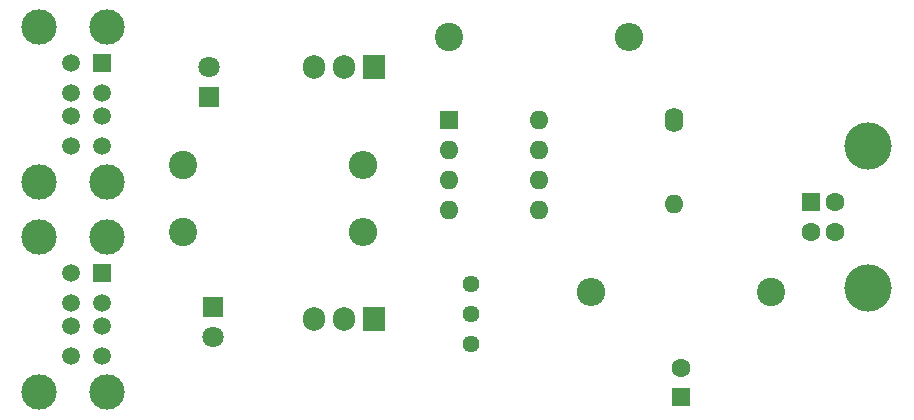
<source format=gbr>
%TF.GenerationSoftware,KiCad,Pcbnew,(6.0.9-0)*%
%TF.CreationDate,2023-03-11T20:55:46-05:00*%
%TF.ProjectId,usb darksensor,75736220-6461-4726-9b73-656e736f722e,rev?*%
%TF.SameCoordinates,Original*%
%TF.FileFunction,Soldermask,Bot*%
%TF.FilePolarity,Negative*%
%FSLAX46Y46*%
G04 Gerber Fmt 4.6, Leading zero omitted, Abs format (unit mm)*
G04 Created by KiCad (PCBNEW (6.0.9-0)) date 2023-03-11 20:55:46*
%MOMM*%
%LPD*%
G01*
G04 APERTURE LIST*
%ADD10C,2.400000*%
%ADD11O,2.400000X2.400000*%
%ADD12R,1.600000X1.600000*%
%ADD13O,1.600000X1.600000*%
%ADD14R,1.905000X2.000000*%
%ADD15O,1.905000X2.000000*%
%ADD16C,1.600000*%
%ADD17C,4.000000*%
%ADD18O,1.600000X2.100000*%
%ADD19R,1.800000X1.800000*%
%ADD20C,1.800000*%
%ADD21R,1.500000X1.500000*%
%ADD22C,1.500000*%
%ADD23C,3.000000*%
%ADD24C,1.440000*%
G04 APERTURE END LIST*
D10*
%TO.C,R5*%
X101290000Y-80645000D03*
D11*
X116530000Y-80645000D03*
%TD*%
D12*
%TO.C,U1*%
X123825000Y-76835000D03*
D13*
X123825000Y-79375000D03*
X123825000Y-81915000D03*
X123825000Y-84455000D03*
X131445000Y-84455000D03*
X131445000Y-81915000D03*
X131445000Y-79375000D03*
X131445000Y-76835000D03*
%TD*%
D14*
%TO.C,Q2*%
X117475000Y-72390000D03*
D15*
X114935000Y-72390000D03*
X112395000Y-72390000D03*
%TD*%
D12*
%TO.C,C1*%
X143510000Y-100330000D03*
D16*
X143510000Y-97830000D03*
%TD*%
D12*
%TO.C,J1*%
X154502500Y-83840000D03*
D16*
X154502500Y-86340000D03*
X156502500Y-86340000D03*
X156502500Y-83840000D03*
D17*
X159362500Y-79090000D03*
X159362500Y-91090000D03*
%TD*%
D18*
%TO.C,R2*%
X142875000Y-76835000D03*
D13*
X142875000Y-83935000D03*
%TD*%
D10*
%TO.C,R1*%
X123825000Y-69850000D03*
D11*
X139065000Y-69850000D03*
%TD*%
D19*
%TO.C,D1*%
X103830000Y-92710000D03*
D20*
X103830000Y-95250000D03*
%TD*%
D10*
%TO.C,R3*%
X101290000Y-86360000D03*
D11*
X116530000Y-86360000D03*
%TD*%
D21*
%TO.C,J2*%
X94510000Y-89845000D03*
D22*
X94510000Y-92345000D03*
X94510000Y-94345000D03*
X94510000Y-96845000D03*
X91890000Y-89845000D03*
X91890000Y-92345000D03*
X91890000Y-94345000D03*
X91890000Y-96845000D03*
D23*
X94860000Y-99915000D03*
X89180000Y-99915000D03*
X94860000Y-86775000D03*
X89180000Y-86775000D03*
%TD*%
D14*
%TO.C,Q1*%
X117475000Y-93670000D03*
D15*
X114935000Y-93670000D03*
X112395000Y-93670000D03*
%TD*%
D19*
%TO.C,D2*%
X103505000Y-74930000D03*
D20*
X103505000Y-72390000D03*
%TD*%
D24*
%TO.C,RV1*%
X125730000Y-95870000D03*
X125730000Y-93330000D03*
X125730000Y-90790000D03*
%TD*%
D10*
%TO.C,R4*%
X151130000Y-91440000D03*
D11*
X135890000Y-91440000D03*
%TD*%
D21*
%TO.C,J3*%
X94510000Y-72065000D03*
D22*
X94510000Y-74565000D03*
X94510000Y-76565000D03*
X94510000Y-79065000D03*
X91890000Y-72065000D03*
X91890000Y-74565000D03*
X91890000Y-76565000D03*
X91890000Y-79065000D03*
D23*
X94860000Y-82135000D03*
X94860000Y-68995000D03*
X89180000Y-82135000D03*
X89180000Y-68995000D03*
%TD*%
M02*

</source>
